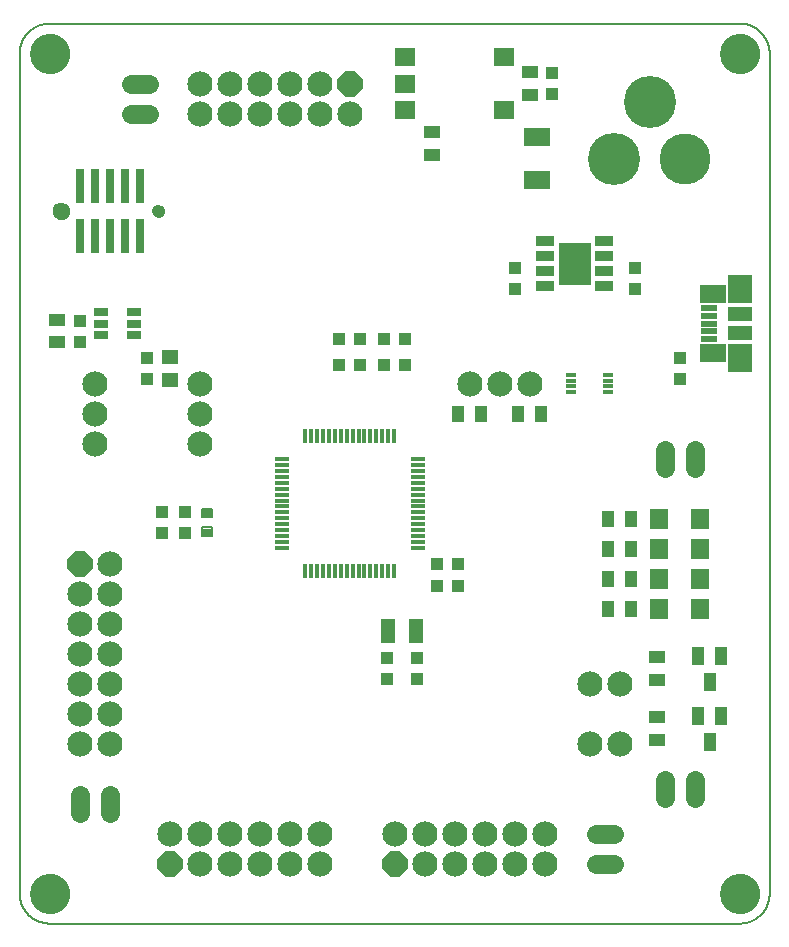
<source format=gts>
G75*
%MOIN*%
%OFA0B0*%
%FSLAX25Y25*%
%IPPOS*%
%LPD*%
%AMOC8*
5,1,8,0,0,1.08239X$1,22.5*
%
%ADD10C,0.00600*%
%ADD11R,0.04337X0.04337*%
%ADD12R,0.05518X0.04534*%
%ADD13R,0.06306X0.06699*%
%ADD14R,0.03156X0.11817*%
%ADD15C,0.00000*%
%ADD16C,0.04140*%
%ADD17C,0.05715*%
%ADD18C,0.00710*%
%ADD19R,0.05518X0.03943*%
%ADD20R,0.03943X0.05518*%
%ADD21R,0.06699X0.05912*%
%ADD22C,0.08400*%
%ADD23R,0.05124X0.01266*%
%ADD24R,0.01266X0.05124*%
%ADD25R,0.04731X0.02762*%
%ADD26R,0.04731X0.07880*%
%ADD27OC8,0.08400*%
%ADD28C,0.06400*%
%ADD29R,0.04337X0.05912*%
%ADD30C,0.13392*%
%ADD31C,0.17392*%
%ADD32C,0.16998*%
%ADD33R,0.08983X0.06384*%
%ADD34R,0.05833X0.02172*%
%ADD35R,0.08668X0.06207*%
%ADD36R,0.07880X0.05026*%
%ADD37R,0.07880X0.09750*%
%ADD38R,0.03550X0.01581*%
%ADD39R,0.10687X0.14187*%
%ADD40R,0.06325X0.03557*%
D10*
X0037595Y0048933D02*
X0037595Y0328933D01*
X0037598Y0329175D01*
X0037607Y0329416D01*
X0037621Y0329657D01*
X0037642Y0329898D01*
X0037668Y0330138D01*
X0037700Y0330378D01*
X0037738Y0330617D01*
X0037781Y0330854D01*
X0037831Y0331091D01*
X0037886Y0331326D01*
X0037946Y0331560D01*
X0038013Y0331792D01*
X0038084Y0332023D01*
X0038162Y0332252D01*
X0038245Y0332479D01*
X0038333Y0332704D01*
X0038427Y0332927D01*
X0038526Y0333147D01*
X0038631Y0333365D01*
X0038740Y0333580D01*
X0038855Y0333793D01*
X0038975Y0334003D01*
X0039100Y0334209D01*
X0039230Y0334413D01*
X0039365Y0334614D01*
X0039505Y0334811D01*
X0039649Y0335005D01*
X0039798Y0335195D01*
X0039952Y0335381D01*
X0040110Y0335564D01*
X0040272Y0335743D01*
X0040439Y0335918D01*
X0040610Y0336089D01*
X0040785Y0336256D01*
X0040964Y0336418D01*
X0041147Y0336576D01*
X0041333Y0336730D01*
X0041523Y0336879D01*
X0041717Y0337023D01*
X0041914Y0337163D01*
X0042115Y0337298D01*
X0042319Y0337428D01*
X0042525Y0337553D01*
X0042735Y0337673D01*
X0042948Y0337788D01*
X0043163Y0337897D01*
X0043381Y0338002D01*
X0043601Y0338101D01*
X0043824Y0338195D01*
X0044049Y0338283D01*
X0044276Y0338366D01*
X0044505Y0338444D01*
X0044736Y0338515D01*
X0044968Y0338582D01*
X0045202Y0338642D01*
X0045437Y0338697D01*
X0045674Y0338747D01*
X0045911Y0338790D01*
X0046150Y0338828D01*
X0046390Y0338860D01*
X0046630Y0338886D01*
X0046871Y0338907D01*
X0047112Y0338921D01*
X0047353Y0338930D01*
X0047595Y0338933D01*
X0277595Y0338933D01*
X0277837Y0338930D01*
X0278078Y0338921D01*
X0278319Y0338907D01*
X0278560Y0338886D01*
X0278800Y0338860D01*
X0279040Y0338828D01*
X0279279Y0338790D01*
X0279516Y0338747D01*
X0279753Y0338697D01*
X0279988Y0338642D01*
X0280222Y0338582D01*
X0280454Y0338515D01*
X0280685Y0338444D01*
X0280914Y0338366D01*
X0281141Y0338283D01*
X0281366Y0338195D01*
X0281589Y0338101D01*
X0281809Y0338002D01*
X0282027Y0337897D01*
X0282242Y0337788D01*
X0282455Y0337673D01*
X0282665Y0337553D01*
X0282871Y0337428D01*
X0283075Y0337298D01*
X0283276Y0337163D01*
X0283473Y0337023D01*
X0283667Y0336879D01*
X0283857Y0336730D01*
X0284043Y0336576D01*
X0284226Y0336418D01*
X0284405Y0336256D01*
X0284580Y0336089D01*
X0284751Y0335918D01*
X0284918Y0335743D01*
X0285080Y0335564D01*
X0285238Y0335381D01*
X0285392Y0335195D01*
X0285541Y0335005D01*
X0285685Y0334811D01*
X0285825Y0334614D01*
X0285960Y0334413D01*
X0286090Y0334209D01*
X0286215Y0334003D01*
X0286335Y0333793D01*
X0286450Y0333580D01*
X0286559Y0333365D01*
X0286664Y0333147D01*
X0286763Y0332927D01*
X0286857Y0332704D01*
X0286945Y0332479D01*
X0287028Y0332252D01*
X0287106Y0332023D01*
X0287177Y0331792D01*
X0287244Y0331560D01*
X0287304Y0331326D01*
X0287359Y0331091D01*
X0287409Y0330854D01*
X0287452Y0330617D01*
X0287490Y0330378D01*
X0287522Y0330138D01*
X0287548Y0329898D01*
X0287569Y0329657D01*
X0287583Y0329416D01*
X0287592Y0329175D01*
X0287595Y0328933D01*
X0287595Y0048933D01*
X0287592Y0048691D01*
X0287583Y0048450D01*
X0287569Y0048209D01*
X0287548Y0047968D01*
X0287522Y0047728D01*
X0287490Y0047488D01*
X0287452Y0047249D01*
X0287409Y0047012D01*
X0287359Y0046775D01*
X0287304Y0046540D01*
X0287244Y0046306D01*
X0287177Y0046074D01*
X0287106Y0045843D01*
X0287028Y0045614D01*
X0286945Y0045387D01*
X0286857Y0045162D01*
X0286763Y0044939D01*
X0286664Y0044719D01*
X0286559Y0044501D01*
X0286450Y0044286D01*
X0286335Y0044073D01*
X0286215Y0043863D01*
X0286090Y0043657D01*
X0285960Y0043453D01*
X0285825Y0043252D01*
X0285685Y0043055D01*
X0285541Y0042861D01*
X0285392Y0042671D01*
X0285238Y0042485D01*
X0285080Y0042302D01*
X0284918Y0042123D01*
X0284751Y0041948D01*
X0284580Y0041777D01*
X0284405Y0041610D01*
X0284226Y0041448D01*
X0284043Y0041290D01*
X0283857Y0041136D01*
X0283667Y0040987D01*
X0283473Y0040843D01*
X0283276Y0040703D01*
X0283075Y0040568D01*
X0282871Y0040438D01*
X0282665Y0040313D01*
X0282455Y0040193D01*
X0282242Y0040078D01*
X0282027Y0039969D01*
X0281809Y0039864D01*
X0281589Y0039765D01*
X0281366Y0039671D01*
X0281141Y0039583D01*
X0280914Y0039500D01*
X0280685Y0039422D01*
X0280454Y0039351D01*
X0280222Y0039284D01*
X0279988Y0039224D01*
X0279753Y0039169D01*
X0279516Y0039119D01*
X0279279Y0039076D01*
X0279040Y0039038D01*
X0278800Y0039006D01*
X0278560Y0038980D01*
X0278319Y0038959D01*
X0278078Y0038945D01*
X0277837Y0038936D01*
X0277595Y0038933D01*
X0047595Y0038933D01*
X0047353Y0038936D01*
X0047112Y0038945D01*
X0046871Y0038959D01*
X0046630Y0038980D01*
X0046390Y0039006D01*
X0046150Y0039038D01*
X0045911Y0039076D01*
X0045674Y0039119D01*
X0045437Y0039169D01*
X0045202Y0039224D01*
X0044968Y0039284D01*
X0044736Y0039351D01*
X0044505Y0039422D01*
X0044276Y0039500D01*
X0044049Y0039583D01*
X0043824Y0039671D01*
X0043601Y0039765D01*
X0043381Y0039864D01*
X0043163Y0039969D01*
X0042948Y0040078D01*
X0042735Y0040193D01*
X0042525Y0040313D01*
X0042319Y0040438D01*
X0042115Y0040568D01*
X0041914Y0040703D01*
X0041717Y0040843D01*
X0041523Y0040987D01*
X0041333Y0041136D01*
X0041147Y0041290D01*
X0040964Y0041448D01*
X0040785Y0041610D01*
X0040610Y0041777D01*
X0040439Y0041948D01*
X0040272Y0042123D01*
X0040110Y0042302D01*
X0039952Y0042485D01*
X0039798Y0042671D01*
X0039649Y0042861D01*
X0039505Y0043055D01*
X0039365Y0043252D01*
X0039230Y0043453D01*
X0039100Y0043657D01*
X0038975Y0043863D01*
X0038855Y0044073D01*
X0038740Y0044286D01*
X0038631Y0044501D01*
X0038526Y0044719D01*
X0038427Y0044939D01*
X0038333Y0045162D01*
X0038245Y0045387D01*
X0038162Y0045614D01*
X0038084Y0045843D01*
X0038013Y0046074D01*
X0037946Y0046306D01*
X0037886Y0046540D01*
X0037831Y0046775D01*
X0037781Y0047012D01*
X0037738Y0047249D01*
X0037700Y0047488D01*
X0037668Y0047728D01*
X0037642Y0047968D01*
X0037621Y0048209D01*
X0037607Y0048450D01*
X0037598Y0048691D01*
X0037595Y0048933D01*
D11*
X0085095Y0169183D03*
X0085095Y0176183D03*
X0092595Y0176183D03*
X0092595Y0169183D03*
X0080095Y0220433D03*
X0080095Y0227433D03*
X0057595Y0232933D03*
X0057595Y0239933D03*
X0144095Y0233933D03*
X0151095Y0233933D03*
X0151095Y0225183D03*
X0144095Y0225183D03*
X0159095Y0225183D03*
X0166095Y0225183D03*
X0166095Y0233933D03*
X0159095Y0233933D03*
X0202595Y0250433D03*
X0202595Y0257433D03*
X0242595Y0257433D03*
X0242595Y0250433D03*
X0257595Y0227433D03*
X0257595Y0220433D03*
X0183595Y0158933D03*
X0176595Y0158933D03*
X0176595Y0151433D03*
X0183595Y0151433D03*
X0170095Y0127433D03*
X0170095Y0120433D03*
X0160095Y0120433D03*
X0160095Y0127433D03*
X0215095Y0315433D03*
X0215095Y0322433D03*
D12*
X0087595Y0227673D03*
X0087595Y0220193D03*
D13*
X0250705Y0173933D03*
X0250705Y0163933D03*
X0250705Y0153933D03*
X0250705Y0143933D03*
X0264485Y0143933D03*
X0264485Y0153933D03*
X0264485Y0163933D03*
X0264485Y0173933D03*
D14*
X0077595Y0267969D03*
X0072595Y0267969D03*
X0067595Y0267969D03*
X0062674Y0267969D03*
X0057595Y0267969D03*
X0057595Y0284898D03*
X0062674Y0284898D03*
X0067595Y0284898D03*
X0072595Y0284898D03*
X0077595Y0284898D03*
D15*
X0081946Y0276433D02*
X0081948Y0276519D01*
X0081954Y0276606D01*
X0081964Y0276691D01*
X0081978Y0276777D01*
X0081996Y0276861D01*
X0082017Y0276945D01*
X0082043Y0277027D01*
X0082072Y0277109D01*
X0082105Y0277188D01*
X0082142Y0277267D01*
X0082182Y0277343D01*
X0082226Y0277417D01*
X0082273Y0277490D01*
X0082324Y0277560D01*
X0082377Y0277628D01*
X0082434Y0277693D01*
X0082494Y0277755D01*
X0082556Y0277815D01*
X0082621Y0277872D01*
X0082689Y0277925D01*
X0082759Y0277976D01*
X0082832Y0278023D01*
X0082906Y0278067D01*
X0082982Y0278107D01*
X0083061Y0278144D01*
X0083140Y0278177D01*
X0083222Y0278206D01*
X0083304Y0278232D01*
X0083388Y0278253D01*
X0083472Y0278271D01*
X0083558Y0278285D01*
X0083643Y0278295D01*
X0083730Y0278301D01*
X0083816Y0278303D01*
X0083902Y0278301D01*
X0083989Y0278295D01*
X0084074Y0278285D01*
X0084160Y0278271D01*
X0084244Y0278253D01*
X0084328Y0278232D01*
X0084410Y0278206D01*
X0084492Y0278177D01*
X0084571Y0278144D01*
X0084650Y0278107D01*
X0084726Y0278067D01*
X0084800Y0278023D01*
X0084873Y0277976D01*
X0084943Y0277925D01*
X0085011Y0277872D01*
X0085076Y0277815D01*
X0085138Y0277755D01*
X0085198Y0277693D01*
X0085255Y0277628D01*
X0085308Y0277560D01*
X0085359Y0277490D01*
X0085406Y0277417D01*
X0085450Y0277343D01*
X0085490Y0277267D01*
X0085527Y0277188D01*
X0085560Y0277109D01*
X0085589Y0277027D01*
X0085615Y0276945D01*
X0085636Y0276861D01*
X0085654Y0276777D01*
X0085668Y0276691D01*
X0085678Y0276606D01*
X0085684Y0276519D01*
X0085686Y0276433D01*
X0085684Y0276347D01*
X0085678Y0276260D01*
X0085668Y0276175D01*
X0085654Y0276089D01*
X0085636Y0276005D01*
X0085615Y0275921D01*
X0085589Y0275839D01*
X0085560Y0275757D01*
X0085527Y0275678D01*
X0085490Y0275599D01*
X0085450Y0275523D01*
X0085406Y0275449D01*
X0085359Y0275376D01*
X0085308Y0275306D01*
X0085255Y0275238D01*
X0085198Y0275173D01*
X0085138Y0275111D01*
X0085076Y0275051D01*
X0085011Y0274994D01*
X0084943Y0274941D01*
X0084873Y0274890D01*
X0084800Y0274843D01*
X0084726Y0274799D01*
X0084650Y0274759D01*
X0084571Y0274722D01*
X0084492Y0274689D01*
X0084410Y0274660D01*
X0084328Y0274634D01*
X0084244Y0274613D01*
X0084160Y0274595D01*
X0084074Y0274581D01*
X0083989Y0274571D01*
X0083902Y0274565D01*
X0083816Y0274563D01*
X0083730Y0274565D01*
X0083643Y0274571D01*
X0083558Y0274581D01*
X0083472Y0274595D01*
X0083388Y0274613D01*
X0083304Y0274634D01*
X0083222Y0274660D01*
X0083140Y0274689D01*
X0083061Y0274722D01*
X0082982Y0274759D01*
X0082906Y0274799D01*
X0082832Y0274843D01*
X0082759Y0274890D01*
X0082689Y0274941D01*
X0082621Y0274994D01*
X0082556Y0275051D01*
X0082494Y0275111D01*
X0082434Y0275173D01*
X0082377Y0275238D01*
X0082324Y0275306D01*
X0082273Y0275376D01*
X0082226Y0275449D01*
X0082182Y0275523D01*
X0082142Y0275599D01*
X0082105Y0275678D01*
X0082072Y0275757D01*
X0082043Y0275839D01*
X0082017Y0275921D01*
X0081996Y0276005D01*
X0081978Y0276089D01*
X0081964Y0276175D01*
X0081954Y0276260D01*
X0081948Y0276347D01*
X0081946Y0276433D01*
X0048718Y0276433D02*
X0048720Y0276536D01*
X0048726Y0276639D01*
X0048736Y0276741D01*
X0048750Y0276844D01*
X0048768Y0276945D01*
X0048790Y0277046D01*
X0048815Y0277146D01*
X0048845Y0277244D01*
X0048878Y0277342D01*
X0048915Y0277438D01*
X0048956Y0277532D01*
X0049001Y0277625D01*
X0049049Y0277717D01*
X0049100Y0277806D01*
X0049155Y0277893D01*
X0049213Y0277978D01*
X0049275Y0278061D01*
X0049340Y0278141D01*
X0049407Y0278219D01*
X0049478Y0278293D01*
X0049552Y0278366D01*
X0049628Y0278435D01*
X0049707Y0278501D01*
X0049788Y0278564D01*
X0049872Y0278624D01*
X0049958Y0278681D01*
X0050046Y0278734D01*
X0050137Y0278784D01*
X0050229Y0278830D01*
X0050323Y0278873D01*
X0050418Y0278912D01*
X0050515Y0278947D01*
X0050613Y0278978D01*
X0050712Y0279006D01*
X0050813Y0279030D01*
X0050914Y0279050D01*
X0051015Y0279066D01*
X0051118Y0279078D01*
X0051221Y0279086D01*
X0051323Y0279090D01*
X0051427Y0279090D01*
X0051529Y0279086D01*
X0051632Y0279078D01*
X0051735Y0279066D01*
X0051836Y0279050D01*
X0051937Y0279030D01*
X0052038Y0279006D01*
X0052137Y0278978D01*
X0052235Y0278947D01*
X0052332Y0278912D01*
X0052427Y0278873D01*
X0052521Y0278830D01*
X0052613Y0278784D01*
X0052703Y0278734D01*
X0052792Y0278681D01*
X0052878Y0278624D01*
X0052962Y0278564D01*
X0053043Y0278501D01*
X0053122Y0278435D01*
X0053198Y0278366D01*
X0053272Y0278293D01*
X0053343Y0278219D01*
X0053410Y0278141D01*
X0053475Y0278061D01*
X0053537Y0277978D01*
X0053595Y0277893D01*
X0053650Y0277806D01*
X0053701Y0277717D01*
X0053749Y0277625D01*
X0053794Y0277532D01*
X0053835Y0277438D01*
X0053872Y0277342D01*
X0053905Y0277244D01*
X0053935Y0277146D01*
X0053960Y0277046D01*
X0053982Y0276945D01*
X0054000Y0276844D01*
X0054014Y0276741D01*
X0054024Y0276639D01*
X0054030Y0276536D01*
X0054032Y0276433D01*
X0054030Y0276330D01*
X0054024Y0276227D01*
X0054014Y0276125D01*
X0054000Y0276022D01*
X0053982Y0275921D01*
X0053960Y0275820D01*
X0053935Y0275720D01*
X0053905Y0275622D01*
X0053872Y0275524D01*
X0053835Y0275428D01*
X0053794Y0275334D01*
X0053749Y0275241D01*
X0053701Y0275149D01*
X0053650Y0275060D01*
X0053595Y0274973D01*
X0053537Y0274888D01*
X0053475Y0274805D01*
X0053410Y0274725D01*
X0053343Y0274647D01*
X0053272Y0274573D01*
X0053198Y0274500D01*
X0053122Y0274431D01*
X0053043Y0274365D01*
X0052962Y0274302D01*
X0052878Y0274242D01*
X0052792Y0274185D01*
X0052704Y0274132D01*
X0052613Y0274082D01*
X0052521Y0274036D01*
X0052427Y0273993D01*
X0052332Y0273954D01*
X0052235Y0273919D01*
X0052137Y0273888D01*
X0052038Y0273860D01*
X0051937Y0273836D01*
X0051836Y0273816D01*
X0051735Y0273800D01*
X0051632Y0273788D01*
X0051529Y0273780D01*
X0051427Y0273776D01*
X0051323Y0273776D01*
X0051221Y0273780D01*
X0051118Y0273788D01*
X0051015Y0273800D01*
X0050914Y0273816D01*
X0050813Y0273836D01*
X0050712Y0273860D01*
X0050613Y0273888D01*
X0050515Y0273919D01*
X0050418Y0273954D01*
X0050323Y0273993D01*
X0050229Y0274036D01*
X0050137Y0274082D01*
X0050047Y0274132D01*
X0049958Y0274185D01*
X0049872Y0274242D01*
X0049788Y0274302D01*
X0049707Y0274365D01*
X0049628Y0274431D01*
X0049552Y0274500D01*
X0049478Y0274573D01*
X0049407Y0274647D01*
X0049340Y0274725D01*
X0049275Y0274805D01*
X0049213Y0274888D01*
X0049155Y0274973D01*
X0049100Y0275060D01*
X0049049Y0275149D01*
X0049001Y0275241D01*
X0048956Y0275334D01*
X0048915Y0275428D01*
X0048878Y0275524D01*
X0048845Y0275622D01*
X0048815Y0275720D01*
X0048790Y0275820D01*
X0048768Y0275921D01*
X0048750Y0276022D01*
X0048736Y0276125D01*
X0048726Y0276227D01*
X0048720Y0276330D01*
X0048718Y0276433D01*
X0041099Y0328933D02*
X0041101Y0329094D01*
X0041107Y0329254D01*
X0041117Y0329415D01*
X0041131Y0329575D01*
X0041149Y0329734D01*
X0041170Y0329894D01*
X0041196Y0330052D01*
X0041226Y0330210D01*
X0041259Y0330367D01*
X0041297Y0330524D01*
X0041338Y0330679D01*
X0041383Y0330833D01*
X0041432Y0330986D01*
X0041485Y0331138D01*
X0041541Y0331288D01*
X0041601Y0331437D01*
X0041665Y0331585D01*
X0041732Y0331731D01*
X0041803Y0331875D01*
X0041878Y0332017D01*
X0041956Y0332158D01*
X0042037Y0332296D01*
X0042122Y0332433D01*
X0042211Y0332567D01*
X0042302Y0332699D01*
X0042397Y0332829D01*
X0042495Y0332956D01*
X0042596Y0333081D01*
X0042700Y0333204D01*
X0042807Y0333323D01*
X0042917Y0333440D01*
X0043030Y0333555D01*
X0043146Y0333666D01*
X0043264Y0333775D01*
X0043385Y0333880D01*
X0043509Y0333983D01*
X0043635Y0334083D01*
X0043764Y0334179D01*
X0043895Y0334272D01*
X0044028Y0334362D01*
X0044163Y0334449D01*
X0044301Y0334532D01*
X0044440Y0334611D01*
X0044582Y0334688D01*
X0044725Y0334761D01*
X0044870Y0334830D01*
X0045017Y0334895D01*
X0045165Y0334957D01*
X0045315Y0335016D01*
X0045466Y0335070D01*
X0045618Y0335121D01*
X0045772Y0335168D01*
X0045927Y0335211D01*
X0046082Y0335250D01*
X0046239Y0335286D01*
X0046397Y0335318D01*
X0046555Y0335345D01*
X0046714Y0335369D01*
X0046873Y0335389D01*
X0047033Y0335405D01*
X0047194Y0335417D01*
X0047354Y0335425D01*
X0047515Y0335429D01*
X0047675Y0335429D01*
X0047836Y0335425D01*
X0047996Y0335417D01*
X0048157Y0335405D01*
X0048317Y0335389D01*
X0048476Y0335369D01*
X0048635Y0335345D01*
X0048793Y0335318D01*
X0048951Y0335286D01*
X0049108Y0335250D01*
X0049263Y0335211D01*
X0049418Y0335168D01*
X0049572Y0335121D01*
X0049724Y0335070D01*
X0049875Y0335016D01*
X0050025Y0334957D01*
X0050173Y0334895D01*
X0050320Y0334830D01*
X0050465Y0334761D01*
X0050608Y0334688D01*
X0050750Y0334611D01*
X0050889Y0334532D01*
X0051027Y0334449D01*
X0051162Y0334362D01*
X0051295Y0334272D01*
X0051426Y0334179D01*
X0051555Y0334083D01*
X0051681Y0333983D01*
X0051805Y0333880D01*
X0051926Y0333775D01*
X0052044Y0333666D01*
X0052160Y0333555D01*
X0052273Y0333440D01*
X0052383Y0333323D01*
X0052490Y0333204D01*
X0052594Y0333081D01*
X0052695Y0332956D01*
X0052793Y0332829D01*
X0052888Y0332699D01*
X0052979Y0332567D01*
X0053068Y0332433D01*
X0053153Y0332296D01*
X0053234Y0332158D01*
X0053312Y0332017D01*
X0053387Y0331875D01*
X0053458Y0331731D01*
X0053525Y0331585D01*
X0053589Y0331437D01*
X0053649Y0331288D01*
X0053705Y0331138D01*
X0053758Y0330986D01*
X0053807Y0330833D01*
X0053852Y0330679D01*
X0053893Y0330524D01*
X0053931Y0330367D01*
X0053964Y0330210D01*
X0053994Y0330052D01*
X0054020Y0329894D01*
X0054041Y0329734D01*
X0054059Y0329575D01*
X0054073Y0329415D01*
X0054083Y0329254D01*
X0054089Y0329094D01*
X0054091Y0328933D01*
X0054089Y0328772D01*
X0054083Y0328612D01*
X0054073Y0328451D01*
X0054059Y0328291D01*
X0054041Y0328132D01*
X0054020Y0327972D01*
X0053994Y0327814D01*
X0053964Y0327656D01*
X0053931Y0327499D01*
X0053893Y0327342D01*
X0053852Y0327187D01*
X0053807Y0327033D01*
X0053758Y0326880D01*
X0053705Y0326728D01*
X0053649Y0326578D01*
X0053589Y0326429D01*
X0053525Y0326281D01*
X0053458Y0326135D01*
X0053387Y0325991D01*
X0053312Y0325849D01*
X0053234Y0325708D01*
X0053153Y0325570D01*
X0053068Y0325433D01*
X0052979Y0325299D01*
X0052888Y0325167D01*
X0052793Y0325037D01*
X0052695Y0324910D01*
X0052594Y0324785D01*
X0052490Y0324662D01*
X0052383Y0324543D01*
X0052273Y0324426D01*
X0052160Y0324311D01*
X0052044Y0324200D01*
X0051926Y0324091D01*
X0051805Y0323986D01*
X0051681Y0323883D01*
X0051555Y0323783D01*
X0051426Y0323687D01*
X0051295Y0323594D01*
X0051162Y0323504D01*
X0051027Y0323417D01*
X0050889Y0323334D01*
X0050750Y0323255D01*
X0050608Y0323178D01*
X0050465Y0323105D01*
X0050320Y0323036D01*
X0050173Y0322971D01*
X0050025Y0322909D01*
X0049875Y0322850D01*
X0049724Y0322796D01*
X0049572Y0322745D01*
X0049418Y0322698D01*
X0049263Y0322655D01*
X0049108Y0322616D01*
X0048951Y0322580D01*
X0048793Y0322548D01*
X0048635Y0322521D01*
X0048476Y0322497D01*
X0048317Y0322477D01*
X0048157Y0322461D01*
X0047996Y0322449D01*
X0047836Y0322441D01*
X0047675Y0322437D01*
X0047515Y0322437D01*
X0047354Y0322441D01*
X0047194Y0322449D01*
X0047033Y0322461D01*
X0046873Y0322477D01*
X0046714Y0322497D01*
X0046555Y0322521D01*
X0046397Y0322548D01*
X0046239Y0322580D01*
X0046082Y0322616D01*
X0045927Y0322655D01*
X0045772Y0322698D01*
X0045618Y0322745D01*
X0045466Y0322796D01*
X0045315Y0322850D01*
X0045165Y0322909D01*
X0045017Y0322971D01*
X0044870Y0323036D01*
X0044725Y0323105D01*
X0044582Y0323178D01*
X0044440Y0323255D01*
X0044301Y0323334D01*
X0044163Y0323417D01*
X0044028Y0323504D01*
X0043895Y0323594D01*
X0043764Y0323687D01*
X0043635Y0323783D01*
X0043509Y0323883D01*
X0043385Y0323986D01*
X0043264Y0324091D01*
X0043146Y0324200D01*
X0043030Y0324311D01*
X0042917Y0324426D01*
X0042807Y0324543D01*
X0042700Y0324662D01*
X0042596Y0324785D01*
X0042495Y0324910D01*
X0042397Y0325037D01*
X0042302Y0325167D01*
X0042211Y0325299D01*
X0042122Y0325433D01*
X0042037Y0325570D01*
X0041956Y0325708D01*
X0041878Y0325849D01*
X0041803Y0325991D01*
X0041732Y0326135D01*
X0041665Y0326281D01*
X0041601Y0326429D01*
X0041541Y0326578D01*
X0041485Y0326728D01*
X0041432Y0326880D01*
X0041383Y0327033D01*
X0041338Y0327187D01*
X0041297Y0327342D01*
X0041259Y0327499D01*
X0041226Y0327656D01*
X0041196Y0327814D01*
X0041170Y0327972D01*
X0041149Y0328132D01*
X0041131Y0328291D01*
X0041117Y0328451D01*
X0041107Y0328612D01*
X0041101Y0328772D01*
X0041099Y0328933D01*
X0271099Y0328933D02*
X0271101Y0329094D01*
X0271107Y0329254D01*
X0271117Y0329415D01*
X0271131Y0329575D01*
X0271149Y0329734D01*
X0271170Y0329894D01*
X0271196Y0330052D01*
X0271226Y0330210D01*
X0271259Y0330367D01*
X0271297Y0330524D01*
X0271338Y0330679D01*
X0271383Y0330833D01*
X0271432Y0330986D01*
X0271485Y0331138D01*
X0271541Y0331288D01*
X0271601Y0331437D01*
X0271665Y0331585D01*
X0271732Y0331731D01*
X0271803Y0331875D01*
X0271878Y0332017D01*
X0271956Y0332158D01*
X0272037Y0332296D01*
X0272122Y0332433D01*
X0272211Y0332567D01*
X0272302Y0332699D01*
X0272397Y0332829D01*
X0272495Y0332956D01*
X0272596Y0333081D01*
X0272700Y0333204D01*
X0272807Y0333323D01*
X0272917Y0333440D01*
X0273030Y0333555D01*
X0273146Y0333666D01*
X0273264Y0333775D01*
X0273385Y0333880D01*
X0273509Y0333983D01*
X0273635Y0334083D01*
X0273764Y0334179D01*
X0273895Y0334272D01*
X0274028Y0334362D01*
X0274163Y0334449D01*
X0274301Y0334532D01*
X0274440Y0334611D01*
X0274582Y0334688D01*
X0274725Y0334761D01*
X0274870Y0334830D01*
X0275017Y0334895D01*
X0275165Y0334957D01*
X0275315Y0335016D01*
X0275466Y0335070D01*
X0275618Y0335121D01*
X0275772Y0335168D01*
X0275927Y0335211D01*
X0276082Y0335250D01*
X0276239Y0335286D01*
X0276397Y0335318D01*
X0276555Y0335345D01*
X0276714Y0335369D01*
X0276873Y0335389D01*
X0277033Y0335405D01*
X0277194Y0335417D01*
X0277354Y0335425D01*
X0277515Y0335429D01*
X0277675Y0335429D01*
X0277836Y0335425D01*
X0277996Y0335417D01*
X0278157Y0335405D01*
X0278317Y0335389D01*
X0278476Y0335369D01*
X0278635Y0335345D01*
X0278793Y0335318D01*
X0278951Y0335286D01*
X0279108Y0335250D01*
X0279263Y0335211D01*
X0279418Y0335168D01*
X0279572Y0335121D01*
X0279724Y0335070D01*
X0279875Y0335016D01*
X0280025Y0334957D01*
X0280173Y0334895D01*
X0280320Y0334830D01*
X0280465Y0334761D01*
X0280608Y0334688D01*
X0280750Y0334611D01*
X0280889Y0334532D01*
X0281027Y0334449D01*
X0281162Y0334362D01*
X0281295Y0334272D01*
X0281426Y0334179D01*
X0281555Y0334083D01*
X0281681Y0333983D01*
X0281805Y0333880D01*
X0281926Y0333775D01*
X0282044Y0333666D01*
X0282160Y0333555D01*
X0282273Y0333440D01*
X0282383Y0333323D01*
X0282490Y0333204D01*
X0282594Y0333081D01*
X0282695Y0332956D01*
X0282793Y0332829D01*
X0282888Y0332699D01*
X0282979Y0332567D01*
X0283068Y0332433D01*
X0283153Y0332296D01*
X0283234Y0332158D01*
X0283312Y0332017D01*
X0283387Y0331875D01*
X0283458Y0331731D01*
X0283525Y0331585D01*
X0283589Y0331437D01*
X0283649Y0331288D01*
X0283705Y0331138D01*
X0283758Y0330986D01*
X0283807Y0330833D01*
X0283852Y0330679D01*
X0283893Y0330524D01*
X0283931Y0330367D01*
X0283964Y0330210D01*
X0283994Y0330052D01*
X0284020Y0329894D01*
X0284041Y0329734D01*
X0284059Y0329575D01*
X0284073Y0329415D01*
X0284083Y0329254D01*
X0284089Y0329094D01*
X0284091Y0328933D01*
X0284089Y0328772D01*
X0284083Y0328612D01*
X0284073Y0328451D01*
X0284059Y0328291D01*
X0284041Y0328132D01*
X0284020Y0327972D01*
X0283994Y0327814D01*
X0283964Y0327656D01*
X0283931Y0327499D01*
X0283893Y0327342D01*
X0283852Y0327187D01*
X0283807Y0327033D01*
X0283758Y0326880D01*
X0283705Y0326728D01*
X0283649Y0326578D01*
X0283589Y0326429D01*
X0283525Y0326281D01*
X0283458Y0326135D01*
X0283387Y0325991D01*
X0283312Y0325849D01*
X0283234Y0325708D01*
X0283153Y0325570D01*
X0283068Y0325433D01*
X0282979Y0325299D01*
X0282888Y0325167D01*
X0282793Y0325037D01*
X0282695Y0324910D01*
X0282594Y0324785D01*
X0282490Y0324662D01*
X0282383Y0324543D01*
X0282273Y0324426D01*
X0282160Y0324311D01*
X0282044Y0324200D01*
X0281926Y0324091D01*
X0281805Y0323986D01*
X0281681Y0323883D01*
X0281555Y0323783D01*
X0281426Y0323687D01*
X0281295Y0323594D01*
X0281162Y0323504D01*
X0281027Y0323417D01*
X0280889Y0323334D01*
X0280750Y0323255D01*
X0280608Y0323178D01*
X0280465Y0323105D01*
X0280320Y0323036D01*
X0280173Y0322971D01*
X0280025Y0322909D01*
X0279875Y0322850D01*
X0279724Y0322796D01*
X0279572Y0322745D01*
X0279418Y0322698D01*
X0279263Y0322655D01*
X0279108Y0322616D01*
X0278951Y0322580D01*
X0278793Y0322548D01*
X0278635Y0322521D01*
X0278476Y0322497D01*
X0278317Y0322477D01*
X0278157Y0322461D01*
X0277996Y0322449D01*
X0277836Y0322441D01*
X0277675Y0322437D01*
X0277515Y0322437D01*
X0277354Y0322441D01*
X0277194Y0322449D01*
X0277033Y0322461D01*
X0276873Y0322477D01*
X0276714Y0322497D01*
X0276555Y0322521D01*
X0276397Y0322548D01*
X0276239Y0322580D01*
X0276082Y0322616D01*
X0275927Y0322655D01*
X0275772Y0322698D01*
X0275618Y0322745D01*
X0275466Y0322796D01*
X0275315Y0322850D01*
X0275165Y0322909D01*
X0275017Y0322971D01*
X0274870Y0323036D01*
X0274725Y0323105D01*
X0274582Y0323178D01*
X0274440Y0323255D01*
X0274301Y0323334D01*
X0274163Y0323417D01*
X0274028Y0323504D01*
X0273895Y0323594D01*
X0273764Y0323687D01*
X0273635Y0323783D01*
X0273509Y0323883D01*
X0273385Y0323986D01*
X0273264Y0324091D01*
X0273146Y0324200D01*
X0273030Y0324311D01*
X0272917Y0324426D01*
X0272807Y0324543D01*
X0272700Y0324662D01*
X0272596Y0324785D01*
X0272495Y0324910D01*
X0272397Y0325037D01*
X0272302Y0325167D01*
X0272211Y0325299D01*
X0272122Y0325433D01*
X0272037Y0325570D01*
X0271956Y0325708D01*
X0271878Y0325849D01*
X0271803Y0325991D01*
X0271732Y0326135D01*
X0271665Y0326281D01*
X0271601Y0326429D01*
X0271541Y0326578D01*
X0271485Y0326728D01*
X0271432Y0326880D01*
X0271383Y0327033D01*
X0271338Y0327187D01*
X0271297Y0327342D01*
X0271259Y0327499D01*
X0271226Y0327656D01*
X0271196Y0327814D01*
X0271170Y0327972D01*
X0271149Y0328132D01*
X0271131Y0328291D01*
X0271117Y0328451D01*
X0271107Y0328612D01*
X0271101Y0328772D01*
X0271099Y0328933D01*
X0271099Y0048933D02*
X0271101Y0049094D01*
X0271107Y0049254D01*
X0271117Y0049415D01*
X0271131Y0049575D01*
X0271149Y0049734D01*
X0271170Y0049894D01*
X0271196Y0050052D01*
X0271226Y0050210D01*
X0271259Y0050367D01*
X0271297Y0050524D01*
X0271338Y0050679D01*
X0271383Y0050833D01*
X0271432Y0050986D01*
X0271485Y0051138D01*
X0271541Y0051288D01*
X0271601Y0051437D01*
X0271665Y0051585D01*
X0271732Y0051731D01*
X0271803Y0051875D01*
X0271878Y0052017D01*
X0271956Y0052158D01*
X0272037Y0052296D01*
X0272122Y0052433D01*
X0272211Y0052567D01*
X0272302Y0052699D01*
X0272397Y0052829D01*
X0272495Y0052956D01*
X0272596Y0053081D01*
X0272700Y0053204D01*
X0272807Y0053323D01*
X0272917Y0053440D01*
X0273030Y0053555D01*
X0273146Y0053666D01*
X0273264Y0053775D01*
X0273385Y0053880D01*
X0273509Y0053983D01*
X0273635Y0054083D01*
X0273764Y0054179D01*
X0273895Y0054272D01*
X0274028Y0054362D01*
X0274163Y0054449D01*
X0274301Y0054532D01*
X0274440Y0054611D01*
X0274582Y0054688D01*
X0274725Y0054761D01*
X0274870Y0054830D01*
X0275017Y0054895D01*
X0275165Y0054957D01*
X0275315Y0055016D01*
X0275466Y0055070D01*
X0275618Y0055121D01*
X0275772Y0055168D01*
X0275927Y0055211D01*
X0276082Y0055250D01*
X0276239Y0055286D01*
X0276397Y0055318D01*
X0276555Y0055345D01*
X0276714Y0055369D01*
X0276873Y0055389D01*
X0277033Y0055405D01*
X0277194Y0055417D01*
X0277354Y0055425D01*
X0277515Y0055429D01*
X0277675Y0055429D01*
X0277836Y0055425D01*
X0277996Y0055417D01*
X0278157Y0055405D01*
X0278317Y0055389D01*
X0278476Y0055369D01*
X0278635Y0055345D01*
X0278793Y0055318D01*
X0278951Y0055286D01*
X0279108Y0055250D01*
X0279263Y0055211D01*
X0279418Y0055168D01*
X0279572Y0055121D01*
X0279724Y0055070D01*
X0279875Y0055016D01*
X0280025Y0054957D01*
X0280173Y0054895D01*
X0280320Y0054830D01*
X0280465Y0054761D01*
X0280608Y0054688D01*
X0280750Y0054611D01*
X0280889Y0054532D01*
X0281027Y0054449D01*
X0281162Y0054362D01*
X0281295Y0054272D01*
X0281426Y0054179D01*
X0281555Y0054083D01*
X0281681Y0053983D01*
X0281805Y0053880D01*
X0281926Y0053775D01*
X0282044Y0053666D01*
X0282160Y0053555D01*
X0282273Y0053440D01*
X0282383Y0053323D01*
X0282490Y0053204D01*
X0282594Y0053081D01*
X0282695Y0052956D01*
X0282793Y0052829D01*
X0282888Y0052699D01*
X0282979Y0052567D01*
X0283068Y0052433D01*
X0283153Y0052296D01*
X0283234Y0052158D01*
X0283312Y0052017D01*
X0283387Y0051875D01*
X0283458Y0051731D01*
X0283525Y0051585D01*
X0283589Y0051437D01*
X0283649Y0051288D01*
X0283705Y0051138D01*
X0283758Y0050986D01*
X0283807Y0050833D01*
X0283852Y0050679D01*
X0283893Y0050524D01*
X0283931Y0050367D01*
X0283964Y0050210D01*
X0283994Y0050052D01*
X0284020Y0049894D01*
X0284041Y0049734D01*
X0284059Y0049575D01*
X0284073Y0049415D01*
X0284083Y0049254D01*
X0284089Y0049094D01*
X0284091Y0048933D01*
X0284089Y0048772D01*
X0284083Y0048612D01*
X0284073Y0048451D01*
X0284059Y0048291D01*
X0284041Y0048132D01*
X0284020Y0047972D01*
X0283994Y0047814D01*
X0283964Y0047656D01*
X0283931Y0047499D01*
X0283893Y0047342D01*
X0283852Y0047187D01*
X0283807Y0047033D01*
X0283758Y0046880D01*
X0283705Y0046728D01*
X0283649Y0046578D01*
X0283589Y0046429D01*
X0283525Y0046281D01*
X0283458Y0046135D01*
X0283387Y0045991D01*
X0283312Y0045849D01*
X0283234Y0045708D01*
X0283153Y0045570D01*
X0283068Y0045433D01*
X0282979Y0045299D01*
X0282888Y0045167D01*
X0282793Y0045037D01*
X0282695Y0044910D01*
X0282594Y0044785D01*
X0282490Y0044662D01*
X0282383Y0044543D01*
X0282273Y0044426D01*
X0282160Y0044311D01*
X0282044Y0044200D01*
X0281926Y0044091D01*
X0281805Y0043986D01*
X0281681Y0043883D01*
X0281555Y0043783D01*
X0281426Y0043687D01*
X0281295Y0043594D01*
X0281162Y0043504D01*
X0281027Y0043417D01*
X0280889Y0043334D01*
X0280750Y0043255D01*
X0280608Y0043178D01*
X0280465Y0043105D01*
X0280320Y0043036D01*
X0280173Y0042971D01*
X0280025Y0042909D01*
X0279875Y0042850D01*
X0279724Y0042796D01*
X0279572Y0042745D01*
X0279418Y0042698D01*
X0279263Y0042655D01*
X0279108Y0042616D01*
X0278951Y0042580D01*
X0278793Y0042548D01*
X0278635Y0042521D01*
X0278476Y0042497D01*
X0278317Y0042477D01*
X0278157Y0042461D01*
X0277996Y0042449D01*
X0277836Y0042441D01*
X0277675Y0042437D01*
X0277515Y0042437D01*
X0277354Y0042441D01*
X0277194Y0042449D01*
X0277033Y0042461D01*
X0276873Y0042477D01*
X0276714Y0042497D01*
X0276555Y0042521D01*
X0276397Y0042548D01*
X0276239Y0042580D01*
X0276082Y0042616D01*
X0275927Y0042655D01*
X0275772Y0042698D01*
X0275618Y0042745D01*
X0275466Y0042796D01*
X0275315Y0042850D01*
X0275165Y0042909D01*
X0275017Y0042971D01*
X0274870Y0043036D01*
X0274725Y0043105D01*
X0274582Y0043178D01*
X0274440Y0043255D01*
X0274301Y0043334D01*
X0274163Y0043417D01*
X0274028Y0043504D01*
X0273895Y0043594D01*
X0273764Y0043687D01*
X0273635Y0043783D01*
X0273509Y0043883D01*
X0273385Y0043986D01*
X0273264Y0044091D01*
X0273146Y0044200D01*
X0273030Y0044311D01*
X0272917Y0044426D01*
X0272807Y0044543D01*
X0272700Y0044662D01*
X0272596Y0044785D01*
X0272495Y0044910D01*
X0272397Y0045037D01*
X0272302Y0045167D01*
X0272211Y0045299D01*
X0272122Y0045433D01*
X0272037Y0045570D01*
X0271956Y0045708D01*
X0271878Y0045849D01*
X0271803Y0045991D01*
X0271732Y0046135D01*
X0271665Y0046281D01*
X0271601Y0046429D01*
X0271541Y0046578D01*
X0271485Y0046728D01*
X0271432Y0046880D01*
X0271383Y0047033D01*
X0271338Y0047187D01*
X0271297Y0047342D01*
X0271259Y0047499D01*
X0271226Y0047656D01*
X0271196Y0047814D01*
X0271170Y0047972D01*
X0271149Y0048132D01*
X0271131Y0048291D01*
X0271117Y0048451D01*
X0271107Y0048612D01*
X0271101Y0048772D01*
X0271099Y0048933D01*
X0041099Y0048933D02*
X0041101Y0049094D01*
X0041107Y0049254D01*
X0041117Y0049415D01*
X0041131Y0049575D01*
X0041149Y0049734D01*
X0041170Y0049894D01*
X0041196Y0050052D01*
X0041226Y0050210D01*
X0041259Y0050367D01*
X0041297Y0050524D01*
X0041338Y0050679D01*
X0041383Y0050833D01*
X0041432Y0050986D01*
X0041485Y0051138D01*
X0041541Y0051288D01*
X0041601Y0051437D01*
X0041665Y0051585D01*
X0041732Y0051731D01*
X0041803Y0051875D01*
X0041878Y0052017D01*
X0041956Y0052158D01*
X0042037Y0052296D01*
X0042122Y0052433D01*
X0042211Y0052567D01*
X0042302Y0052699D01*
X0042397Y0052829D01*
X0042495Y0052956D01*
X0042596Y0053081D01*
X0042700Y0053204D01*
X0042807Y0053323D01*
X0042917Y0053440D01*
X0043030Y0053555D01*
X0043146Y0053666D01*
X0043264Y0053775D01*
X0043385Y0053880D01*
X0043509Y0053983D01*
X0043635Y0054083D01*
X0043764Y0054179D01*
X0043895Y0054272D01*
X0044028Y0054362D01*
X0044163Y0054449D01*
X0044301Y0054532D01*
X0044440Y0054611D01*
X0044582Y0054688D01*
X0044725Y0054761D01*
X0044870Y0054830D01*
X0045017Y0054895D01*
X0045165Y0054957D01*
X0045315Y0055016D01*
X0045466Y0055070D01*
X0045618Y0055121D01*
X0045772Y0055168D01*
X0045927Y0055211D01*
X0046082Y0055250D01*
X0046239Y0055286D01*
X0046397Y0055318D01*
X0046555Y0055345D01*
X0046714Y0055369D01*
X0046873Y0055389D01*
X0047033Y0055405D01*
X0047194Y0055417D01*
X0047354Y0055425D01*
X0047515Y0055429D01*
X0047675Y0055429D01*
X0047836Y0055425D01*
X0047996Y0055417D01*
X0048157Y0055405D01*
X0048317Y0055389D01*
X0048476Y0055369D01*
X0048635Y0055345D01*
X0048793Y0055318D01*
X0048951Y0055286D01*
X0049108Y0055250D01*
X0049263Y0055211D01*
X0049418Y0055168D01*
X0049572Y0055121D01*
X0049724Y0055070D01*
X0049875Y0055016D01*
X0050025Y0054957D01*
X0050173Y0054895D01*
X0050320Y0054830D01*
X0050465Y0054761D01*
X0050608Y0054688D01*
X0050750Y0054611D01*
X0050889Y0054532D01*
X0051027Y0054449D01*
X0051162Y0054362D01*
X0051295Y0054272D01*
X0051426Y0054179D01*
X0051555Y0054083D01*
X0051681Y0053983D01*
X0051805Y0053880D01*
X0051926Y0053775D01*
X0052044Y0053666D01*
X0052160Y0053555D01*
X0052273Y0053440D01*
X0052383Y0053323D01*
X0052490Y0053204D01*
X0052594Y0053081D01*
X0052695Y0052956D01*
X0052793Y0052829D01*
X0052888Y0052699D01*
X0052979Y0052567D01*
X0053068Y0052433D01*
X0053153Y0052296D01*
X0053234Y0052158D01*
X0053312Y0052017D01*
X0053387Y0051875D01*
X0053458Y0051731D01*
X0053525Y0051585D01*
X0053589Y0051437D01*
X0053649Y0051288D01*
X0053705Y0051138D01*
X0053758Y0050986D01*
X0053807Y0050833D01*
X0053852Y0050679D01*
X0053893Y0050524D01*
X0053931Y0050367D01*
X0053964Y0050210D01*
X0053994Y0050052D01*
X0054020Y0049894D01*
X0054041Y0049734D01*
X0054059Y0049575D01*
X0054073Y0049415D01*
X0054083Y0049254D01*
X0054089Y0049094D01*
X0054091Y0048933D01*
X0054089Y0048772D01*
X0054083Y0048612D01*
X0054073Y0048451D01*
X0054059Y0048291D01*
X0054041Y0048132D01*
X0054020Y0047972D01*
X0053994Y0047814D01*
X0053964Y0047656D01*
X0053931Y0047499D01*
X0053893Y0047342D01*
X0053852Y0047187D01*
X0053807Y0047033D01*
X0053758Y0046880D01*
X0053705Y0046728D01*
X0053649Y0046578D01*
X0053589Y0046429D01*
X0053525Y0046281D01*
X0053458Y0046135D01*
X0053387Y0045991D01*
X0053312Y0045849D01*
X0053234Y0045708D01*
X0053153Y0045570D01*
X0053068Y0045433D01*
X0052979Y0045299D01*
X0052888Y0045167D01*
X0052793Y0045037D01*
X0052695Y0044910D01*
X0052594Y0044785D01*
X0052490Y0044662D01*
X0052383Y0044543D01*
X0052273Y0044426D01*
X0052160Y0044311D01*
X0052044Y0044200D01*
X0051926Y0044091D01*
X0051805Y0043986D01*
X0051681Y0043883D01*
X0051555Y0043783D01*
X0051426Y0043687D01*
X0051295Y0043594D01*
X0051162Y0043504D01*
X0051027Y0043417D01*
X0050889Y0043334D01*
X0050750Y0043255D01*
X0050608Y0043178D01*
X0050465Y0043105D01*
X0050320Y0043036D01*
X0050173Y0042971D01*
X0050025Y0042909D01*
X0049875Y0042850D01*
X0049724Y0042796D01*
X0049572Y0042745D01*
X0049418Y0042698D01*
X0049263Y0042655D01*
X0049108Y0042616D01*
X0048951Y0042580D01*
X0048793Y0042548D01*
X0048635Y0042521D01*
X0048476Y0042497D01*
X0048317Y0042477D01*
X0048157Y0042461D01*
X0047996Y0042449D01*
X0047836Y0042441D01*
X0047675Y0042437D01*
X0047515Y0042437D01*
X0047354Y0042441D01*
X0047194Y0042449D01*
X0047033Y0042461D01*
X0046873Y0042477D01*
X0046714Y0042497D01*
X0046555Y0042521D01*
X0046397Y0042548D01*
X0046239Y0042580D01*
X0046082Y0042616D01*
X0045927Y0042655D01*
X0045772Y0042698D01*
X0045618Y0042745D01*
X0045466Y0042796D01*
X0045315Y0042850D01*
X0045165Y0042909D01*
X0045017Y0042971D01*
X0044870Y0043036D01*
X0044725Y0043105D01*
X0044582Y0043178D01*
X0044440Y0043255D01*
X0044301Y0043334D01*
X0044163Y0043417D01*
X0044028Y0043504D01*
X0043895Y0043594D01*
X0043764Y0043687D01*
X0043635Y0043783D01*
X0043509Y0043883D01*
X0043385Y0043986D01*
X0043264Y0044091D01*
X0043146Y0044200D01*
X0043030Y0044311D01*
X0042917Y0044426D01*
X0042807Y0044543D01*
X0042700Y0044662D01*
X0042596Y0044785D01*
X0042495Y0044910D01*
X0042397Y0045037D01*
X0042302Y0045167D01*
X0042211Y0045299D01*
X0042122Y0045433D01*
X0042037Y0045570D01*
X0041956Y0045708D01*
X0041878Y0045849D01*
X0041803Y0045991D01*
X0041732Y0046135D01*
X0041665Y0046281D01*
X0041601Y0046429D01*
X0041541Y0046578D01*
X0041485Y0046728D01*
X0041432Y0046880D01*
X0041383Y0047033D01*
X0041338Y0047187D01*
X0041297Y0047342D01*
X0041259Y0047499D01*
X0041226Y0047656D01*
X0041196Y0047814D01*
X0041170Y0047972D01*
X0041149Y0048132D01*
X0041131Y0048291D01*
X0041117Y0048451D01*
X0041107Y0048612D01*
X0041101Y0048772D01*
X0041099Y0048933D01*
D16*
X0083816Y0276433D03*
D17*
X0051375Y0276433D03*
D18*
X0098360Y0177213D02*
X0101830Y0177213D01*
X0101830Y0174373D01*
X0098360Y0174373D01*
X0098360Y0177213D01*
X0098360Y0175082D02*
X0101830Y0175082D01*
X0101830Y0175791D02*
X0098360Y0175791D01*
X0098360Y0176500D02*
X0101830Y0176500D01*
X0101830Y0177209D02*
X0098360Y0177209D01*
X0098360Y0170993D02*
X0101830Y0170993D01*
X0101830Y0168153D01*
X0098360Y0168153D01*
X0098360Y0170993D01*
X0098360Y0168862D02*
X0101830Y0168862D01*
X0101830Y0169571D02*
X0098360Y0169571D01*
X0098360Y0170280D02*
X0101830Y0170280D01*
X0101830Y0170989D02*
X0098360Y0170989D01*
D19*
X0050095Y0232693D03*
X0050095Y0240173D03*
X0175095Y0295193D03*
X0175095Y0302673D03*
X0207595Y0315193D03*
X0207595Y0322673D03*
X0250095Y0127673D03*
X0250095Y0120193D03*
X0250095Y0107673D03*
X0250095Y0100193D03*
D20*
X0241335Y0143933D03*
X0233855Y0143933D03*
X0233855Y0153933D03*
X0241335Y0153933D03*
X0241335Y0163933D03*
X0233855Y0163933D03*
X0233855Y0173933D03*
X0241335Y0173933D03*
X0211335Y0208933D03*
X0203855Y0208933D03*
X0191335Y0208933D03*
X0183855Y0208933D03*
D21*
X0199131Y0310075D03*
X0199131Y0327791D03*
X0166060Y0327791D03*
X0166060Y0318933D03*
X0166060Y0310075D03*
D22*
X0147595Y0308933D03*
X0137595Y0308933D03*
X0137595Y0318933D03*
X0127595Y0318933D03*
X0117595Y0318933D03*
X0117595Y0308933D03*
X0127595Y0308933D03*
X0107595Y0308933D03*
X0097595Y0308933D03*
X0097595Y0318933D03*
X0107595Y0318933D03*
X0097595Y0218933D03*
X0097595Y0208933D03*
X0097595Y0198933D03*
X0067595Y0158933D03*
X0067595Y0148933D03*
X0057595Y0148933D03*
X0057595Y0138933D03*
X0057595Y0128933D03*
X0057595Y0118933D03*
X0057595Y0108933D03*
X0057595Y0098933D03*
X0067595Y0098933D03*
X0067595Y0108933D03*
X0067595Y0118933D03*
X0067595Y0128933D03*
X0067595Y0138933D03*
X0062595Y0198933D03*
X0062595Y0208933D03*
X0062595Y0218933D03*
X0187595Y0218933D03*
X0197595Y0218933D03*
X0207595Y0218933D03*
X0227595Y0118933D03*
X0237595Y0118933D03*
X0237595Y0098933D03*
X0227595Y0098933D03*
X0212595Y0068933D03*
X0212595Y0058933D03*
X0202595Y0058933D03*
X0192595Y0058933D03*
X0182595Y0058933D03*
X0182595Y0068933D03*
X0192595Y0068933D03*
X0202595Y0068933D03*
X0172595Y0068933D03*
X0162595Y0068933D03*
X0172595Y0058933D03*
X0137595Y0058933D03*
X0137595Y0068933D03*
X0127595Y0068933D03*
X0117595Y0068933D03*
X0117595Y0058933D03*
X0127595Y0058933D03*
X0107595Y0058933D03*
X0097595Y0058933D03*
X0097595Y0068933D03*
X0087595Y0068933D03*
X0107595Y0068933D03*
D23*
X0124957Y0164169D03*
X0124957Y0166138D03*
X0124957Y0168106D03*
X0124957Y0170075D03*
X0124957Y0172043D03*
X0124957Y0174012D03*
X0124957Y0175980D03*
X0124957Y0177949D03*
X0124957Y0179917D03*
X0124957Y0181886D03*
X0124957Y0183854D03*
X0124957Y0185823D03*
X0124957Y0187791D03*
X0124957Y0189760D03*
X0124957Y0191728D03*
X0124957Y0193697D03*
X0170233Y0193697D03*
X0170233Y0191728D03*
X0170233Y0189760D03*
X0170233Y0187791D03*
X0170233Y0185823D03*
X0170233Y0183854D03*
X0170233Y0181886D03*
X0170233Y0179917D03*
X0170233Y0177949D03*
X0170233Y0175980D03*
X0170233Y0174012D03*
X0170233Y0172043D03*
X0170233Y0170075D03*
X0170233Y0168106D03*
X0170233Y0166138D03*
X0170233Y0164169D03*
D24*
X0162359Y0156295D03*
X0160390Y0156295D03*
X0158422Y0156295D03*
X0156453Y0156295D03*
X0154485Y0156295D03*
X0152516Y0156295D03*
X0150548Y0156295D03*
X0148579Y0156295D03*
X0146611Y0156295D03*
X0144642Y0156295D03*
X0142674Y0156295D03*
X0140705Y0156295D03*
X0138737Y0156295D03*
X0136768Y0156295D03*
X0134800Y0156295D03*
X0132831Y0156295D03*
X0132831Y0201571D03*
X0134800Y0201571D03*
X0136768Y0201571D03*
X0138737Y0201571D03*
X0140705Y0201571D03*
X0142674Y0201571D03*
X0144642Y0201571D03*
X0146611Y0201571D03*
X0148579Y0201571D03*
X0150548Y0201571D03*
X0152516Y0201571D03*
X0154485Y0201571D03*
X0156453Y0201571D03*
X0158422Y0201571D03*
X0160390Y0201571D03*
X0162359Y0201571D03*
D25*
X0075607Y0235193D03*
X0075607Y0238933D03*
X0075607Y0242673D03*
X0064583Y0242673D03*
X0064583Y0238933D03*
X0064583Y0235193D03*
D26*
X0160371Y0136433D03*
X0169820Y0136433D03*
D27*
X0162595Y0058933D03*
X0087595Y0058933D03*
X0057595Y0158933D03*
X0147595Y0318933D03*
D28*
X0080595Y0318933D02*
X0074595Y0318933D01*
X0074595Y0308933D02*
X0080595Y0308933D01*
X0252595Y0196933D02*
X0252595Y0190933D01*
X0262595Y0190933D02*
X0262595Y0196933D01*
X0262595Y0086933D02*
X0262595Y0080933D01*
X0252595Y0080933D02*
X0252595Y0086933D01*
X0235595Y0068933D02*
X0229595Y0068933D01*
X0229595Y0058933D02*
X0235595Y0058933D01*
X0067595Y0075933D02*
X0067595Y0081933D01*
X0057595Y0081933D02*
X0057595Y0075933D01*
D29*
X0263855Y0108264D03*
X0271335Y0108264D03*
X0267595Y0099602D03*
X0267595Y0119602D03*
X0263855Y0128264D03*
X0271335Y0128264D03*
D30*
X0277595Y0048933D03*
X0047595Y0048933D03*
X0047595Y0328933D03*
X0277595Y0328933D03*
D31*
X0247595Y0312831D03*
X0235784Y0293933D03*
D32*
X0259406Y0293933D03*
D33*
X0210095Y0286728D03*
X0210095Y0301138D03*
D34*
X0267320Y0244051D03*
X0267320Y0241492D03*
X0267320Y0238933D03*
X0267320Y0236374D03*
X0267320Y0233815D03*
D35*
X0268540Y0229238D03*
X0268540Y0248628D03*
D36*
X0277595Y0242230D03*
X0277595Y0235636D03*
D37*
X0277595Y0227467D03*
X0277595Y0250400D03*
D38*
X0233698Y0221886D03*
X0233698Y0219917D03*
X0233698Y0217949D03*
X0233698Y0215980D03*
X0221493Y0215980D03*
X0221493Y0217949D03*
X0221493Y0219917D03*
X0221493Y0221886D03*
D39*
X0222595Y0258933D03*
D40*
X0212762Y0256433D03*
X0212762Y0261433D03*
X0212762Y0266433D03*
X0212762Y0251433D03*
X0232428Y0251433D03*
X0232428Y0256433D03*
X0232428Y0261433D03*
X0232428Y0266433D03*
M02*

</source>
